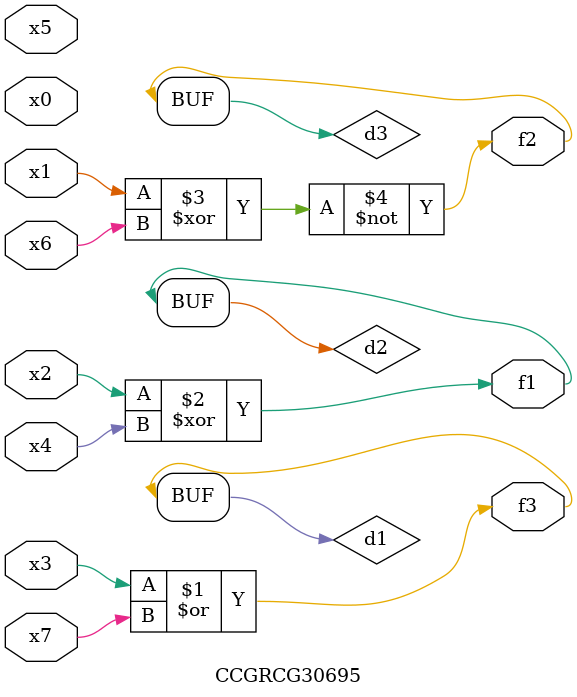
<source format=v>
module CCGRCG30695(
	input x0, x1, x2, x3, x4, x5, x6, x7,
	output f1, f2, f3
);

	wire d1, d2, d3;

	or (d1, x3, x7);
	xor (d2, x2, x4);
	xnor (d3, x1, x6);
	assign f1 = d2;
	assign f2 = d3;
	assign f3 = d1;
endmodule

</source>
